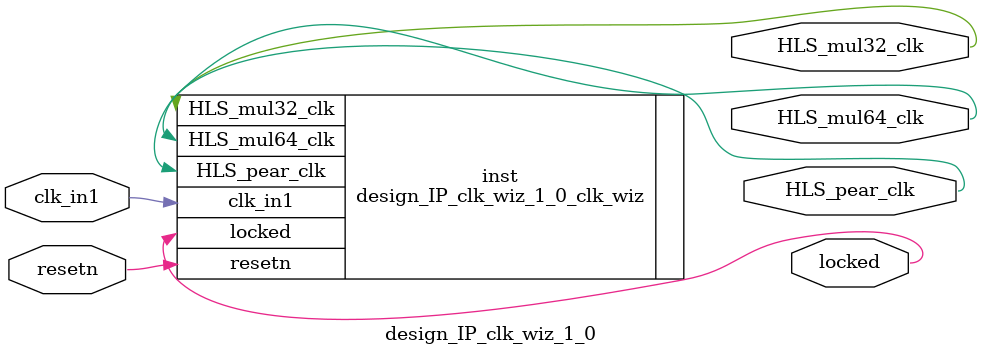
<source format=v>


`timescale 1ps/1ps

(* CORE_GENERATION_INFO = "design_IP_clk_wiz_1_0,clk_wiz_v6_0_3_0_0,{component_name=design_IP_clk_wiz_1_0,use_phase_alignment=true,use_min_o_jitter=false,use_max_i_jitter=false,use_dyn_phase_shift=false,use_inclk_switchover=false,use_dyn_reconfig=false,enable_axi=0,feedback_source=FDBK_AUTO,PRIMITIVE=MMCM,num_out_clk=3,clkin1_period=10.000,clkin2_period=10.000,use_power_down=false,use_reset=true,use_locked=true,use_inclk_stopped=false,feedback_type=SINGLE,CLOCK_MGR_TYPE=NA,manual_override=false}" *)

module design_IP_clk_wiz_1_0 
 (
  // Clock out ports
  output        HLS_pear_clk,
  output        HLS_mul32_clk,
  output        HLS_mul64_clk,
  // Status and control signals
  input         resetn,
  output        locked,
 // Clock in ports
  input         clk_in1
 );

  design_IP_clk_wiz_1_0_clk_wiz inst
  (
  // Clock out ports  
  .HLS_pear_clk(HLS_pear_clk),
  .HLS_mul32_clk(HLS_mul32_clk),
  .HLS_mul64_clk(HLS_mul64_clk),
  // Status and control signals               
  .resetn(resetn), 
  .locked(locked),
 // Clock in ports
  .clk_in1(clk_in1)
  );

endmodule

</source>
